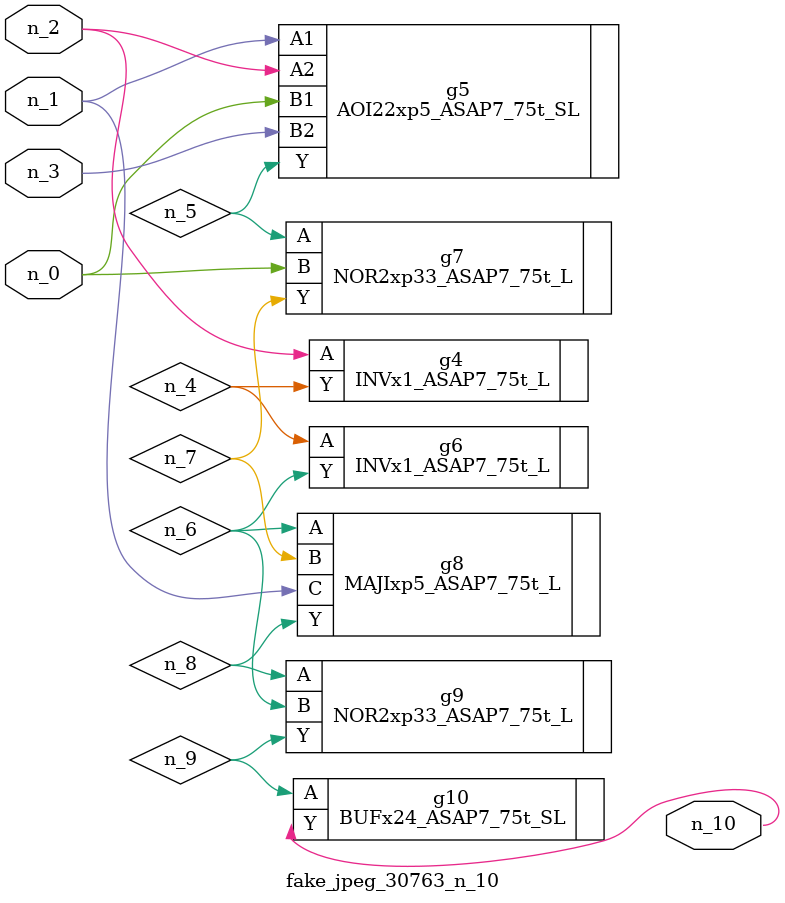
<source format=v>
module fake_jpeg_30763_n_10 (n_0, n_3, n_2, n_1, n_10);

input n_0;
input n_3;
input n_2;
input n_1;

output n_10;

wire n_4;
wire n_8;
wire n_9;
wire n_6;
wire n_5;
wire n_7;

INVx1_ASAP7_75t_L g4 ( 
.A(n_2),
.Y(n_4)
);

AOI22xp5_ASAP7_75t_SL g5 ( 
.A1(n_1),
.A2(n_2),
.B1(n_0),
.B2(n_3),
.Y(n_5)
);

INVx1_ASAP7_75t_L g6 ( 
.A(n_4),
.Y(n_6)
);

MAJIxp5_ASAP7_75t_L g8 ( 
.A(n_6),
.B(n_7),
.C(n_1),
.Y(n_8)
);

NOR2xp33_ASAP7_75t_L g7 ( 
.A(n_5),
.B(n_0),
.Y(n_7)
);

NOR2xp33_ASAP7_75t_L g9 ( 
.A(n_8),
.B(n_6),
.Y(n_9)
);

BUFx24_ASAP7_75t_SL g10 ( 
.A(n_9),
.Y(n_10)
);


endmodule
</source>
